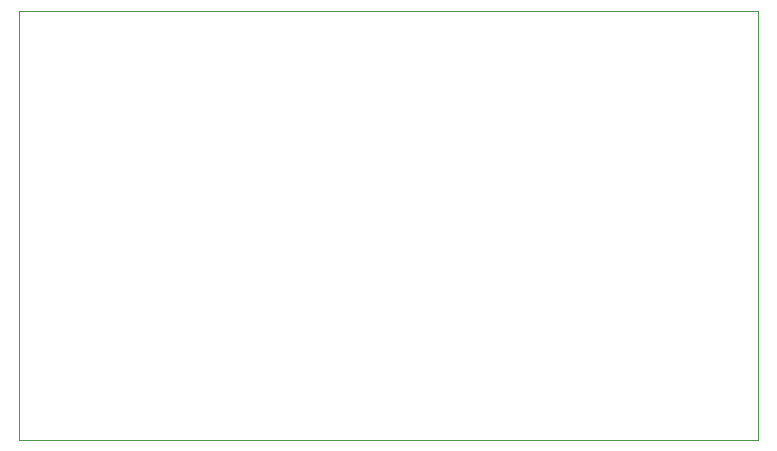
<source format=gbr>
G04 PROTEUS GERBER X2 FILE*
%TF.GenerationSoftware,Labcenter,Proteus,8.15-SP1-Build34318*%
%TF.CreationDate,2024-02-24T08:34:58+00:00*%
%TF.FileFunction,NonPlated,1,2,NPTH*%
%TF.FilePolarity,Positive*%
%TF.Part,Single*%
%TF.SameCoordinates,{d6b9a477-15e1-4d55-aad5-44706a46bc90}*%
%FSLAX45Y45*%
%MOMM*%
G01*
%TA.AperFunction,Profile*%
%ADD25C,0.101600*%
%TD.AperFunction*%
D25*
X-9504000Y+5246000D02*
X-3250000Y+5246000D01*
X-3250000Y+8873000D01*
X-9504000Y+8873000D01*
X-9504000Y+5246000D01*
M02*

</source>
